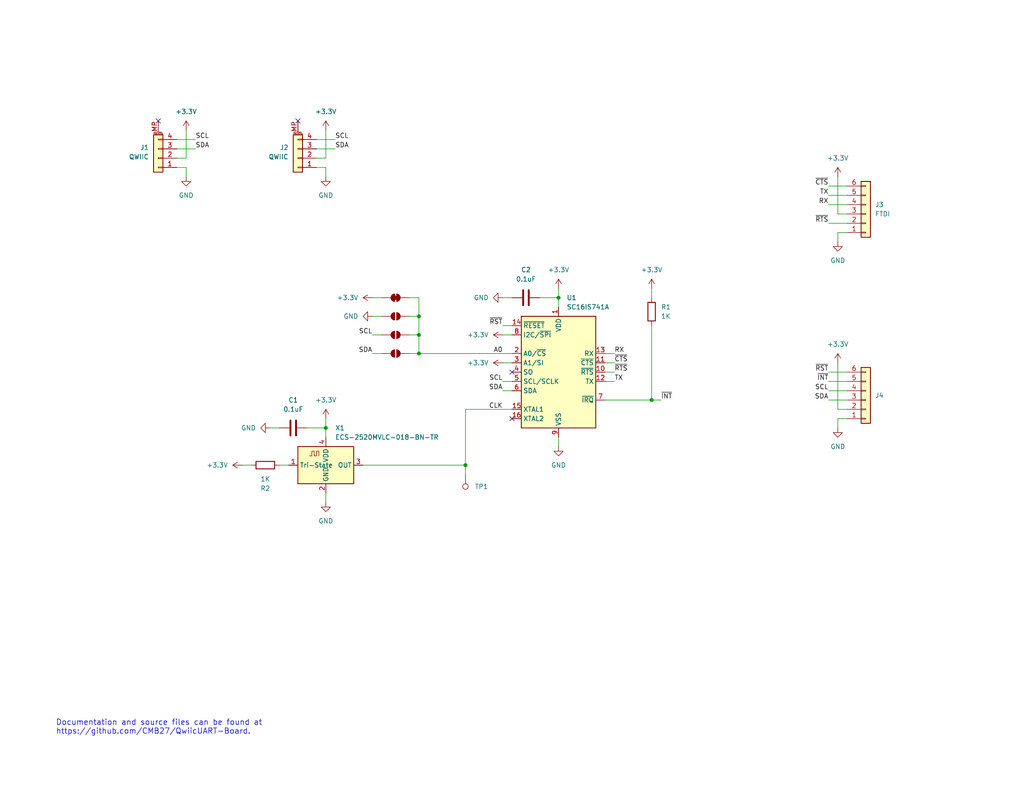
<source format=kicad_sch>
(kicad_sch (version 20231120) (generator "eeschema") (generator_version "8.0")
  (paper "USLetter")
  (title_block (title "Qwiic UART Board") (date "2025-02-08") (rev "0.0.2") (company "Designer: C. M. Bulliner") (comment 2 "OF MERCHANTABILITY, SATISFACTORY QUALITY AND FITNESS FOR A PARTICULAR PURPOSE.") (comment 3 "This document is distributed WITHOUT ANY EXPRESS OR IMPLIED WARRANTY, INCLUDING") (comment 4 "© 2025 C. M. Bulliner. Released under the CERN-OHL-P v2 license."))
  (lib_symbols
    (symbol "Connector:TestPoint" (pin_numbers hide) (pin_names (offset 0.762) hide)
      (property "Reference" "TP" (at 0 6.858 0))
      (property "Value" "TestPoint" (at 0 5.08 0))
      (symbol "TestPoint_0_1"
        (circle (center 0 3.302) (radius 0.762))
      )
      (symbol "TestPoint_1_1"
        (pin passive line (at 0 0 90) (length 2.54) (name "1") (number "1"))
      )
    )
    (symbol "Connector_Generic:Conn_01x06" (pin_names (offset 1.016) hide)
      (property "Reference" "J" (at 0 7.62 0))
      (property "Value" "Conn_01x06" (at 0 -10.16 0))
      (symbol "Conn_01x06_1_1"
        (rectangle (start -1.27 -7.493) (end 0 -7.747) (stroke (width 0.1524)))
        (rectangle (start -1.27 -4.953) (end 0 -5.207) (stroke (width 0.1524)))
        (rectangle (start -1.27 -2.413) (end 0 -2.667) (stroke (width 0.1524)))
        (rectangle (start -1.27 0.127) (end 0 -0.127) (stroke (width 0.1524)))
        (rectangle (start -1.27 2.667) (end 0 2.413) (stroke (width 0.1524)))
        (rectangle (start -1.27 5.207) (end 0 4.953) (stroke (width 0.1524)))
        (rectangle (start -1.27 6.35) (end 1.27 -8.89) (stroke (width 0.254)) (fill (type background)))
        (pin passive line (at -5.08 5.08 0) (length 3.81) (name "Pin_1") (number "1"))
        (pin passive line (at -5.08 2.54 0) (length 3.81) (name "Pin_2") (number "2"))
        (pin passive line (at -5.08 0 0) (length 3.81) (name "Pin_3") (number "3"))
        (pin passive line (at -5.08 -2.54 0) (length 3.81) (name "Pin_4") (number "4"))
        (pin passive line (at -5.08 -5.08 0) (length 3.81) (name "Pin_5") (number "5"))
        (pin passive line (at -5.08 -7.62 0) (length 3.81) (name "Pin_6") (number "6"))
      )
    )
    (symbol "Connector_Generic_MountingPin:Conn_01x04_MountingPin" (pin_names (offset 1.016) hide)
      (property "Reference" "J" (at 0 5.08 0))
      (property "Value" "Conn_01x04_MountingPin" (at 1.27 -7.62 0))
      (symbol "Conn_01x04_MountingPin_1_1"
        (rectangle (start -1.27 -4.953) (end 0 -5.207) (stroke (width 0.1524)))
        (rectangle (start -1.27 -2.413) (end 0 -2.667) (stroke (width 0.1524)))
        (rectangle (start -1.27 0.127) (end 0 -0.127) (stroke (width 0.1524)))
        (rectangle (start -1.27 2.667) (end 0 2.413) (stroke (width 0.1524)))
        (rectangle (start -1.27 3.81) (end 1.27 -6.35) (stroke (width 0.254)) (fill (type background)))
        (polyline (pts (xy -1.016 -7.112) (xy 1.016 -7.112)) (stroke (width 0.1524)))
        (text "Mounting" (at 0 -6.731 0) (effects (font (size 0.381 0.381))))
        (pin passive line (at -5.08 2.54 0) (length 3.81) (name "Pin_1") (number "1"))
        (pin passive line (at -5.08 0 0) (length 3.81) (name "Pin_2") (number "2"))
        (pin passive line (at -5.08 -2.54 0) (length 3.81) (name "Pin_3") (number "3"))
        (pin passive line (at -5.08 -5.08 0) (length 3.81) (name "Pin_4") (number "4"))
        (pin passive line (at 0 -10.16 90) (length 3.048) (name "MountPin") (number "MP"))
      )
    )
    (symbol "Device:C" (pin_numbers hide) (pin_names (offset 0.254))
      (property "Reference" "C" (at 0.635 2.54 0))
      (property "Value" "C" (at 0.635 -2.54 0))
      (symbol "C_0_1"
        (polyline (pts (xy -2.032 -0.762) (xy 2.032 -0.762)) (stroke (width 0.508)))
        (polyline (pts (xy -2.032 0.762) (xy 2.032 0.762)) (stroke (width 0.508)))
      )
      (symbol "C_1_1"
        (pin passive line (at 0 3.81 270) (length 2.794) (name "~") (number "1"))
        (pin passive line (at 0 -3.81 90) (length 2.794) (name "~") (number "2"))
      )
    )
    (symbol "Device:R" (pin_numbers hide) (pin_names (offset 0))
      (property "Reference" "R" (at 2.032 0 90))
      (property "Value" "R" (at 0 0 90))
      (symbol "R_0_1"
        (rectangle (start -1.016 -2.54) (end 1.016 2.54) (stroke (width 0.254)))
      )
      (symbol "R_1_1"
        (pin passive line (at 0 3.81 270) (length 1.27) (name "~") (number "1"))
        (pin passive line (at 0 -3.81 90) (length 1.27) (name "~") (number "2"))
      )
    )
    (symbol "Interface_UART:SC16IS740"
      (property "Reference" "U" (at -8.89 16.51 0))
      (property "Value" "SC16IS740" (at 7.62 16.51 0))
      (symbol "SC16IS740_0_1"
        (rectangle (start -10.16 15.24) (end 10.16 -15.24) (stroke (width 0.254)) (fill (type background)))
      )
      (symbol "SC16IS740_1_1"
        (pin power_in line (at 0 17.78 270) (length 2.54) (name "VDD") (number "1"))
        (pin output line (at 12.7 0 180) (length 2.54) (name "~{RTS}") (number "10"))
        (pin input line (at 12.7 2.54 180) (length 2.54) (name "~{CTS}") (number "11"))
        (pin output line (at 12.7 -2.54 180) (length 2.54) (name "TX") (number "12"))
        (pin input line (at 12.7 5.08 180) (length 2.54) (name "RX") (number "13"))
        (pin input line (at -12.7 12.7 0) (length 2.54) (name "~{RESET}") (number "14"))
        (pin input line (at -12.7 -10.16 0) (length 2.54) (name "XTAL1") (number "15"))
        (pin output line (at -12.7 -12.7 0) (length 2.54) (name "XTAL2") (number "16"))
        (pin input line (at -12.7 5.08 0) (length 2.54) (name "A0/~{CS}") (number "2"))
        (pin input line (at -12.7 2.54 0) (length 2.54) (name "A1/SI") (number "3"))
        (pin output line (at -12.7 0 0) (length 2.54) (name "SO") (number "4"))
        (pin input line (at -12.7 -2.54 0) (length 2.54) (name "SCL/SCLK") (number "5"))
        (pin bidirectional line (at -12.7 -5.08 0) (length 2.54) (name "SDA") (number "6"))
        (pin open_collector line (at 12.7 -7.62 180) (length 2.54) (name "~{IRQ}") (number "7"))
        (pin input line (at -12.7 10.16 0) (length 2.54) (name "I2C/~{SPI}") (number "8"))
        (pin power_in line (at 0 -17.78 90) (length 2.54) (name "VSS") (number "9"))
      )
    )
    (symbol "Jumper:SolderJumper_2_Bridged" (pin_numbers hide) (pin_names (offset 0) hide) (exclude_from_sim yes) (in_bom no)
      (property "Reference" "JP" (at 0 2.032 0))
      (property "Value" "SolderJumper_2_Bridged" (at 0 -2.54 0))
      (symbol "SolderJumper_2_Bridged_0_1"
        (rectangle (start -0.508 0.508) (end 0.508 -0.508) (fill (type outline)))
        (arc (start -0.254 1.016) (mid -1.2656 0) (end -0.254 -1.016))
        (arc (start -0.254 1.016) (mid -1.2656 0) (end -0.254 -1.016) (fill (type outline)))
        (polyline (pts (xy -0.254 1.016) (xy -0.254 -1.016)))
        (polyline (pts (xy 0.254 1.016) (xy 0.254 -1.016)))
        (arc (start 0.254 -1.016) (mid 1.2656 0) (end 0.254 1.016))
        (arc (start 0.254 -1.016) (mid 1.2656 0) (end 0.254 1.016) (fill (type outline)))
      )
      (symbol "SolderJumper_2_Bridged_1_1"
        (pin passive line (at -3.81 0 0) (length 2.54) (name "A") (number "1"))
        (pin passive line (at 3.81 0 180) (length 2.54) (name "B") (number "2"))
      )
    )
    (symbol "Jumper:SolderJumper_2_Open" (pin_numbers hide) (pin_names (offset 0) hide) (exclude_from_sim yes) (in_bom no)
      (property "Reference" "JP" (at 0 2.032 0))
      (property "Value" "SolderJumper_2_Open" (at 0 -2.54 0))
      (symbol "SolderJumper_2_Open_0_1"
        (arc (start -0.254 1.016) (mid -1.2656 0) (end -0.254 -1.016))
        (arc (start -0.254 1.016) (mid -1.2656 0) (end -0.254 -1.016) (fill (type outline)))
        (polyline (pts (xy -0.254 1.016) (xy -0.254 -1.016)))
        (polyline (pts (xy 0.254 1.016) (xy 0.254 -1.016)))
        (arc (start 0.254 -1.016) (mid 1.2656 0) (end 0.254 1.016))
        (arc (start 0.254 -1.016) (mid 1.2656 0) (end 0.254 1.016) (fill (type outline)))
      )
      (symbol "SolderJumper_2_Open_1_1"
        (pin passive line (at -3.81 0 0) (length 2.54) (name "A") (number "1"))
        (pin passive line (at 3.81 0 180) (length 2.54) (name "B") (number "2"))
      )
    )
    (symbol "Oscillator:ECS-2520MV-xxx-xx"
      (property "Reference" "X" (at -5.08 6.35 0))
      (property "Value" "ECS-2520MV-xxx-xx" (at 1.27 -6.35 0))
      (symbol "ECS-2520MV-xxx-xx_0_1"
        (rectangle (start -7.62 5.08) (end 7.62 -5.08) (stroke (width 0.254)) (fill (type background)))
        (polyline (pts (xy -4.445 2.54) (xy -3.81 2.54) (xy -3.81 3.81) (xy -3.175 3.81) (xy -3.175 2.54) (xy -2.54 2.54) (xy -2.54 3.81) (xy -1.905 3.81) (xy -1.905 2.54)))
      )
      (symbol "ECS-2520MV-xxx-xx_1_1"
        (pin input line (at -10.16 0 0) (length 2.54) (name "Tri-State") (number "1"))
        (pin power_in line (at 0 -7.62 90) (length 2.54) (name "GND") (number "2"))
        (pin output line (at 10.16 0 180) (length 2.54) (name "OUT") (number "3"))
        (pin power_in line (at 0 7.62 270) (length 2.54) (name "VDD") (number "4"))
      )
    )
    (symbol "power:+3.3V" (power) (pin_numbers hide) (pin_names (offset 0) hide)
      (property "Value" "+3.3V" (at 0 3.556 0))
      (symbol "+3.3V_0_1"
        (polyline (pts (xy -0.762 1.27) (xy 0 2.54)))
        (polyline (pts (xy 0 0) (xy 0 2.54)))
        (polyline (pts (xy 0 2.54) (xy 0.762 1.27)))
      )
      (symbol "+3.3V_1_1"
        (pin power_in line (at 0 0 90) (length 0) (name "~") (number "1"))
      )
    )
    (symbol "power:GND" (power) (pin_numbers hide) (pin_names (offset 0) hide)
      (property "Value" "GND" (at 0 -3.81 0))
      (symbol "GND_0_1"
        (polyline (pts (xy 0 0) (xy 0 -1.27) (xy 1.27 -1.27) (xy 0 -2.54) (xy -1.27 -1.27) (xy 0 -1.27)))
      )
      (symbol "GND_1_1"
        (pin power_in line (at 0 0 270) (length 0) (name "~") (number "1"))
      )
    )
  )
  (junction (at 88.9 116.84))
  (junction (at 152.4 81.28))
  (junction (at 177.8 109.22))
  (junction (at 114.3 91.44))
  (junction (at 114.3 86.36))
  (junction (at 114.3 96.52))
  (junction (at 127 127))
  (no_connect (at 81.28 33.02))
  (no_connect (at 139.7 101.6))
  (no_connect (at 139.7 114.3))
  (no_connect (at 43.18 33.02))
  (wire (pts (xy 226.06 106.68) (xy 231.14 106.68)))
  (wire (pts (xy 50.8 43.18) (xy 50.8 35.56)))
  (wire (pts (xy 76.2 127) (xy 78.74 127)))
  (wire (pts (xy 165.1 104.14) (xy 167.64 104.14)))
  (wire (pts (xy 165.1 109.22) (xy 177.8 109.22)))
  (wire (pts (xy 48.26 45.72) (xy 50.8 45.72)))
  (wire (pts (xy 165.1 101.6) (xy 167.64 101.6)))
  (wire (pts (xy 137.16 91.44) (xy 139.7 91.44)))
  (wire (pts (xy 114.3 96.52) (xy 111.76 96.52)))
  (wire (pts (xy 226.06 101.6) (xy 231.14 101.6)))
  (wire (pts (xy 177.8 78.74) (xy 177.8 81.28)))
  (wire (pts (xy 114.3 96.52) (xy 139.7 96.52)))
  (wire (pts (xy 137.16 104.14) (xy 139.7 104.14)))
  (wire (pts (xy 88.9 116.84) (xy 88.9 119.38)))
  (wire (pts (xy 226.06 60.96) (xy 231.14 60.96)))
  (wire (pts (xy 86.36 43.18) (xy 88.9 43.18)))
  (wire (pts (xy 231.14 63.5) (xy 228.6 63.5)))
  (wire (pts (xy 48.26 40.64) (xy 53.34 40.64)))
  (wire (pts (xy 127 127) (xy 127 129.54)))
  (wire (pts (xy 231.14 114.3) (xy 228.6 114.3)))
  (wire (pts (xy 177.8 88.9) (xy 177.8 109.22)))
  (wire (pts (xy 152.4 81.28) (xy 152.4 83.82)))
  (wire (pts (xy 228.6 48.26) (xy 228.6 58.42)))
  (wire (pts (xy 114.3 81.28) (xy 114.3 86.36)))
  (wire (pts (xy 86.36 40.64) (xy 91.44 40.64)))
  (wire (pts (xy 101.6 96.52) (xy 104.14 96.52)))
  (wire (pts (xy 86.36 45.72) (xy 88.9 45.72)))
  (wire (pts (xy 147.32 81.28) (xy 152.4 81.28)))
  (wire (pts (xy 137.16 106.68) (xy 139.7 106.68)))
  (wire (pts (xy 68.58 127) (xy 66.04 127)))
  (wire (pts (xy 226.06 109.22) (xy 231.14 109.22)))
  (wire (pts (xy 111.76 81.28) (xy 114.3 81.28)))
  (wire (pts (xy 165.1 96.52) (xy 167.64 96.52)))
  (wire (pts (xy 48.26 43.18) (xy 50.8 43.18)))
  (wire (pts (xy 50.8 45.72) (xy 50.8 48.26)))
  (wire (pts (xy 99.06 127) (xy 127 127)))
  (wire (pts (xy 228.6 58.42) (xy 231.14 58.42)))
  (wire (pts (xy 152.4 78.74) (xy 152.4 81.28)))
  (wire (pts (xy 152.4 119.38) (xy 152.4 121.92)))
  (wire (pts (xy 101.6 81.28) (xy 104.14 81.28)))
  (wire (pts (xy 73.66 116.84) (xy 76.2 116.84)))
  (wire (pts (xy 88.9 134.62) (xy 88.9 137.16)))
  (wire (pts (xy 228.6 63.5) (xy 228.6 66.04)))
  (wire (pts (xy 111.76 86.36) (xy 114.3 86.36)))
  (wire (pts (xy 48.26 38.1) (xy 53.34 38.1)))
  (wire (pts (xy 137.16 99.06) (xy 139.7 99.06)))
  (wire (pts (xy 127 127) (xy 127 111.76)))
  (wire (pts (xy 101.6 91.44) (xy 104.14 91.44)))
  (wire (pts (xy 88.9 116.84) (xy 83.82 116.84)))
  (wire (pts (xy 226.06 53.34) (xy 231.14 53.34)))
  (wire (pts (xy 114.3 86.36) (xy 114.3 91.44)))
  (wire (pts (xy 111.76 91.44) (xy 114.3 91.44)))
  (wire (pts (xy 86.36 38.1) (xy 91.44 38.1)))
  (wire (pts (xy 165.1 99.06) (xy 167.64 99.06)))
  (wire (pts (xy 226.06 50.8) (xy 231.14 50.8)))
  (wire (pts (xy 228.6 99.06) (xy 228.6 111.76)))
  (wire (pts (xy 101.6 86.36) (xy 104.14 86.36)))
  (wire (pts (xy 88.9 43.18) (xy 88.9 35.56)))
  (wire (pts (xy 137.16 88.9) (xy 139.7 88.9)))
  (wire (pts (xy 228.6 114.3) (xy 228.6 116.84)))
  (wire (pts (xy 88.9 114.3) (xy 88.9 116.84)))
  (wire (pts (xy 177.8 109.22) (xy 180.34 109.22)))
  (wire (pts (xy 114.3 91.44) (xy 114.3 96.52)))
  (wire (pts (xy 226.06 55.88) (xy 231.14 55.88)))
  (wire (pts (xy 127 111.76) (xy 139.7 111.76)))
  (wire (pts (xy 228.6 111.76) (xy 231.14 111.76)))
  (wire (pts (xy 137.16 81.28) (xy 139.7 81.28)))
  (wire (pts (xy 88.9 45.72) (xy 88.9 48.26)))
  (wire (pts (xy 226.06 104.14) (xy 231.14 104.14)))
  (text "Documentation and source files can be found at\nhttps://github.com/CMB27/QwiicUART-Board." (at 15.24 200.66 0) (effects (font (size 1.5 1.5)) (justify left bottom)))
  (label "SDA" (at 101.6 96.52 180))
  (label "SCL" (at 226.06 106.68 180))
  (label "~{CTS}" (at 167.64 99.06 0))
  (label "SDA" (at 53.34 40.64 0))
  (label "SCL" (at 101.6 91.44 180))
  (label "SCL" (at 137.16 104.14 180))
  (label "~{RTS}" (at 226.06 60.96 180))
  (label "~{RST}" (at 226.06 101.6 180))
  (label "~{RST}" (at 137.16 88.9 180))
  (label "SDA" (at 226.06 109.22 180))
  (label "~{INT}" (at 226.06 104.14 180))
  (label "TX" (at 226.06 53.34 180))
  (label "SDA" (at 137.16 106.68 180))
  (label "~{CTS}" (at 226.06 50.8 180))
  (label "RX" (at 167.64 96.52 0))
  (label "TX" (at 167.64 104.14 0))
  (label "SCL" (at 53.34 38.1 0))
  (label "CLK" (at 137.16 111.76 180))
  (label "A0" (at 137.16 96.52 180))
  (label "RX" (at 226.06 55.88 180))
  (label "SDA" (at 91.44 40.64 0))
  (label "~{RTS}" (at 167.64 101.6 0))
  (label "SCL" (at 91.44 38.1 0))
  (label "~{INT}" (at 180.34 109.22 0))
  (symbol (lib_id "power:GND") (at 88.9 48.26 0) (unit 1)
    (property "Reference" "#PWR02" (effects (hide yes)))
    (property "Value" "GND" (at 88.9 53.34 0))
    (property "Description" "Power symbol creates a global label with name \"GND\" , ground" (effects (hide yes)))
  )
  (symbol (lib_id "Jumper:SolderJumper_2_Open") (at 107.95 91.44 0) (unit 1) (exclude_from_sim yes) (in_bom no)
    (property "Reference" "JP3" (effects (hide yes)))
    (property "Value" "SolderJumper_2_Open" (effects (hide yes)))
    (property "Footprint" "Jumper:SolderJumper-2_P1.3mm_Open_RoundedPad1.0x1.5mm" (effects (hide yes)))
    (property "Description" "Solder Jumper, 2-pole, open" (effects (hide yes)))
  )
  (symbol (lib_id "power:GND") (at 228.6 116.84 0) (unit 1)
    (property "Reference" "#PWR013" (effects (hide yes)))
    (property "Value" "GND" (at 228.6 121.92 0))
    (property "Description" "Power symbol creates a global label with name \"GND\" , ground" (effects (hide yes)))
  )
  (symbol (lib_id "power:GND") (at 88.9 137.16 0) (unit 1)
    (property "Reference" "#PWR09" (effects (hide yes)))
    (property "Value" "GND" (at 88.9 142.24 0))
    (property "Description" "Power symbol creates a global label with name \"GND\" , ground" (effects (hide yes)))
  )
  (symbol (lib_id "power:GND") (at 101.6 86.36 270) (unit 1)
    (property "Reference" "#PWR017" (effects (hide yes)))
    (property "Value" "GND" (at 97.79 86.3599 90) (effects (justify right)))
    (property "Description" "Power symbol creates a global label with name \"GND\" , ground" (effects (hide yes)))
  )
  (symbol (lib_id "power:+3.3V") (at 228.6 99.06 0) (unit 1)
    (property "Reference" "#PWR014" (effects (hide yes)))
    (property "Value" "+3.3V" (at 228.6 93.98 0))
    (property "Description" "Power symbol creates a global label with name \"+3.3V\"" (effects (hide yes)))
  )
  (symbol (lib_id "Connector_Generic_MountingPin:Conn_01x04_MountingPin") (at 81.28 43.18 180) (unit 1)
    (property "Reference" "J2" (at 78.74 40.2843 0) (effects (justify left)))
    (property "Value" "QWIIC" (at 78.74 42.8243 0) (effects (justify left)))
    (property "Footprint" "Connector_JST:JST_SH_SM04B-SRSS-TB_1x04-1MP_P1.00mm_Horizontal" (effects (hide yes)))
    (property "Description" "Generic connectable mounting pin connector, single row, 01x04, script generated (kicad-library-utils/schlib/autogen/connector/)" (effects (hide yes)))
  )
  (symbol (lib_id "Jumper:SolderJumper_2_Open") (at 107.95 96.52 0) (unit 1) (exclude_from_sim yes) (in_bom no)
    (property "Reference" "JP4" (effects (hide yes)))
    (property "Value" "SolderJumper_2_Open" (effects (hide yes)))
    (property "Footprint" "Jumper:SolderJumper-2_P1.3mm_Open_RoundedPad1.0x1.5mm" (effects (hide yes)))
    (property "Description" "Solder Jumper, 2-pole, open" (effects (hide yes)))
  )
  (symbol (lib_id "power:+3.3V") (at 88.9 114.3 0) (unit 1)
    (property "Reference" "#PWR010" (effects (hide yes)))
    (property "Value" "+3.3V" (at 88.9 109.22 0))
    (property "Description" "Power symbol creates a global label with name \"+3.3V\"" (effects (hide yes)))
  )
  (symbol (lib_id "Connector_Generic_MountingPin:Conn_01x04_MountingPin") (at 43.18 43.18 180) (unit 1)
    (property "Reference" "J1" (at 40.64 40.2843 0) (effects (justify left)))
    (property "Value" "QWIIC" (at 40.64 42.8243 0) (effects (justify left)))
    (property "Footprint" "Connector_JST:JST_SH_SM04B-SRSS-TB_1x04-1MP_P1.00mm_Horizontal" (effects (hide yes)))
    (property "Description" "Generic connectable mounting pin connector, single row, 01x04, script generated (kicad-library-utils/schlib/autogen/connector/)" (effects (hide yes)))
  )
  (symbol (lib_id "Connector_Generic:Conn_01x06") (at 236.22 58.42 0) (mirror x) (unit 1) (in_bom no)
    (property "Reference" "J3" (at 238.76 55.88 0) (effects (justify left)))
    (property "Value" "FTDI" (at 238.76 58.42 0) (effects (justify left)))
    (property "Footprint" "Project_Footprints:PinHeader_1x06_P2.54mm" (effects (hide yes)))
    (property "Description" "Generic connector, single row, 01x06, script generated (kicad-library-utils/schlib/autogen/connector/)" (effects (hide yes)))
  )
  (symbol (lib_id "power:+3.3V") (at 137.16 91.44 90) (unit 1)
    (property "Reference" "#PWR07" (effects (hide yes)))
    (property "Value" "+3.3V" (at 133.35 91.4399 90) (effects (justify left)))
    (property "Description" "Power symbol creates a global label with name \"+3.3V\"" (effects (hide yes)))
  )
  (symbol (lib_id "Device:C") (at 143.51 81.28 90) (unit 1)
    (property "Reference" "C2" (at 143.51 73.66 90))
    (property "Value" "0.1uF" (at 143.51 76.2 90))
    (property "Footprint" "Capacitor_SMD:C_0603_1608Metric_Pad1.08x0.95mm_HandSolder" (effects (hide yes)))
    (property "Description" "Unpolarized capacitor" (effects (hide yes)))
  )
  (symbol (lib_id "power:GND") (at 137.16 81.28 270) (unit 1)
    (property "Reference" "#PWR06" (effects (hide yes)))
    (property "Value" "GND" (at 133.35 81.2799 90) (effects (justify right)))
    (property "Description" "Power symbol creates a global label with name \"GND\" , ground" (effects (hide yes)))
  )
  (symbol (lib_id "Connector:TestPoint") (at 127 129.54 180) (unit 1)
    (property "Reference" "TP1" (at 129.54 132.8419 0) (effects (justify right)))
    (property "Value" "TestPoint" (effects (hide yes)))
    (property "Footprint" "TestPoint:TestPoint_THTPad_D1.0mm_Drill0.5mm" (effects (hide yes)))
    (property "Description" "test point" (effects (hide yes)))
  )
  (symbol (lib_id "power:+3.3V") (at 137.16 99.06 90) (unit 1)
    (property "Reference" "#PWR022" (effects (hide yes)))
    (property "Value" "+3.3V" (at 133.35 99.0599 90) (effects (justify left)))
    (property "Description" "Power symbol creates a global label with name \"+3.3V\"" (effects (hide yes)))
  )
  (symbol (lib_id "Oscillator:ECS-2520MV-xxx-xx") (at 88.9 127 0) (unit 1)
    (property "Reference" "X1" (at 91.44 116.84 0) (effects (justify left)))
    (property "Value" "ECS-2520MVLC-018-BN-TR" (at 91.44 119.38 0) (effects (justify left)))
    (property "Footprint" "Oscillator:Oscillator_SMD_ECS_2520MV-xxx-xx-4Pin_2.5x2.0mm" (effects (hide yes)))
    (property "Datasheet" "https://ecsxtal.com/store/pdf/ECS-2520MVLC.pdf" (effects (hide yes)))
    (property "Description" "HCMOS Crystal Clock Oscillator, 2.5x2.0 mm SMD" (effects (hide yes)))
  )
  (symbol (lib_id "power:GND") (at 73.66 116.84 270) (unit 1)
    (property "Reference" "#PWR020" (effects (hide yes)))
    (property "Value" "GND" (at 69.85 116.8399 90) (effects (justify right)))
    (property "Description" "Power symbol creates a global label with name \"GND\" , ground" (effects (hide yes)))
  )
  (symbol (lib_id "power:+3.3V") (at 177.8 78.74 0) (unit 1)
    (property "Reference" "#PWR019" (effects (hide yes)))
    (property "Value" "+3.3V" (at 177.8 73.66 0))
    (property "Description" "Power symbol creates a global label with name \"+3.3V\"" (effects (hide yes)))
  )
  (symbol (lib_id "Jumper:SolderJumper_2_Bridged") (at 107.95 81.28 0) (unit 1) (exclude_from_sim yes) (in_bom no)
    (property "Reference" "JP1" (effects (hide yes)))
    (property "Value" "SolderJumper_2_Bridged" (effects (hide yes)))
    (property "Footprint" "Jumper:SolderJumper-2_P1.3mm_Bridged_RoundedPad1.0x1.5mm" (effects (hide yes)))
    (property "Description" "Solder Jumper, 2-pole, closed/bridged" (effects (hide yes)))
  )
  (symbol (lib_id "power:+3.3V") (at 101.6 81.28 90) (unit 1)
    (property "Reference" "#PWR015" (effects (hide yes)))
    (property "Value" "+3.3V" (at 97.79 81.2799 90) (effects (justify left)))
    (property "Description" "Power symbol creates a global label with name \"+3.3V\"" (effects (hide yes)))
  )
  (symbol (lib_id "power:GND") (at 50.8 48.26 0) (unit 1)
    (property "Reference" "#PWR04" (effects (hide yes)))
    (property "Value" "GND" (at 50.8 53.34 0))
    (property "Description" "Power symbol creates a global label with name \"GND\" , ground" (effects (hide yes)))
  )
  (symbol (lib_id "Jumper:SolderJumper_2_Open") (at 107.95 86.36 0) (unit 1) (exclude_from_sim yes) (in_bom no)
    (property "Reference" "JP2" (effects (hide yes)))
    (property "Value" "SolderJumper_2_Open" (effects (hide yes)))
    (property "Footprint" "Jumper:SolderJumper-2_P1.3mm_Open_RoundedPad1.0x1.5mm" (effects (hide yes)))
    (property "Description" "Solder Jumper, 2-pole, open" (effects (hide yes)))
  )
  (symbol (lib_id "power:+3.3V") (at 228.6 48.26 0) (unit 1)
    (property "Reference" "#PWR012" (effects (hide yes)))
    (property "Value" "+3.3V" (at 228.6 43.18 0))
    (property "Description" "Power symbol creates a global label with name \"+3.3V\"" (effects (hide yes)))
  )
  (symbol (lib_id "Device:R") (at 72.39 127 90) (unit 1)
    (property "Reference" "R2" (at 72.39 133.35 90))
    (property "Value" "1K" (at 72.39 130.81 90))
    (property "Footprint" "Resistor_SMD:R_0603_1608Metric_Pad0.98x0.95mm_HandSolder" (effects (hide yes)))
    (property "Description" "Resistor" (effects (hide yes)))
  )
  (symbol (lib_id "Device:C") (at 80.01 116.84 90) (unit 1)
    (property "Reference" "C1" (at 80.01 109.22 90))
    (property "Value" "0.1uF" (at 80.01 111.76 90))
    (property "Footprint" "Capacitor_SMD:C_0603_1608Metric_Pad1.08x0.95mm_HandSolder" (effects (hide yes)))
    (property "Description" "Unpolarized capacitor" (effects (hide yes)))
  )
  (symbol (lib_id "Device:R") (at 177.8 85.09 0) (unit 1)
    (property "Reference" "R1" (at 180.34 83.8199 0) (effects (justify left)))
    (property "Value" "1K" (at 180.34 86.3599 0) (effects (justify left)))
    (property "Footprint" "Resistor_SMD:R_0603_1608Metric_Pad0.98x0.95mm_HandSolder" (effects (hide yes)))
    (property "Description" "Resistor" (effects (hide yes)))
  )
  (symbol (lib_id "Interface_UART:SC16IS740") (at 152.4 101.6 0) (unit 1)
    (property "Reference" "U1" (at 154.5941 81.28 0) (effects (justify left)))
    (property "Value" "SC16IS741A" (at 154.5941 83.82 0) (effects (justify left)))
    (property "Footprint" "Package_SO:TSSOP-16_4.4x5mm_P0.65mm" (effects (hide yes)))
    (property "Datasheet" "https://www.nxp.com/docs/en/data-sheet/SC16IS741A.pdf" (effects (hide yes)))
    (property "Description" "Single UART with I2C/SPI interface, 64 bytes of transmit and receive FIFOs, IrDA SIR built-in support, TSSOP-16" (effects (hide yes)))
  )
  (symbol (lib_id "power:+3.3V") (at 50.8 35.56 0) (unit 1)
    (property "Reference" "#PWR03" (effects (hide yes)))
    (property "Value" "+3.3V" (at 50.8 30.48 0))
    (property "Description" "Power symbol creates a global label with name \"+3.3V\"" (effects (hide yes)))
  )
  (symbol (lib_id "power:+3.3V") (at 88.9 35.56 0) (unit 1)
    (property "Reference" "#PWR01" (effects (hide yes)))
    (property "Value" "+3.3V" (at 88.9 30.48 0))
    (property "Description" "Power symbol creates a global label with name \"+3.3V\"" (effects (hide yes)))
  )
  (symbol (lib_id "power:+3.3V") (at 152.4 78.74 0) (unit 1)
    (property "Reference" "#PWR05" (effects (hide yes)))
    (property "Value" "+3.3V" (at 152.4 73.66 0))
    (property "Description" "Power symbol creates a global label with name \"+3.3V\"" (effects (hide yes)))
  )
  (symbol (lib_id "power:GND") (at 228.6 66.04 0) (unit 1)
    (property "Reference" "#PWR011" (effects (hide yes)))
    (property "Value" "GND" (at 228.6 71.12 0))
    (property "Description" "Power symbol creates a global label with name \"GND\" , ground" (effects (hide yes)))
  )
  (symbol (lib_id "power:GND") (at 152.4 121.92 0) (unit 1)
    (property "Reference" "#PWR08" (effects (hide yes)))
    (property "Value" "GND" (at 152.4 127 0))
    (property "Description" "Power symbol creates a global label with name \"GND\" , ground" (effects (hide yes)))
  )
  (symbol (lib_id "Connector_Generic:Conn_01x06") (at 236.22 109.22 0) (mirror x) (unit 1) (in_bom no)
    (property "Reference" "J4" (at 238.76 107.95 0) (effects (justify left)))
    (property "Footprint" "Project_Footprints:PinHeader_1x06_P2.54mm" (effects (hide yes)))
    (property "Description" "Generic connector, single row, 01x06, script generated (kicad-library-utils/schlib/autogen/connector/)" (effects (hide yes)))
  )
  (symbol (lib_id "power:+3.3V") (at 66.04 127 90) (unit 1)
    (property "Reference" "#PWR021" (effects (hide yes)))
    (property "Value" "+3.3V" (at 62.23 126.9999 90) (effects (justify left)))
    (property "Description" "Power symbol creates a global label with name \"+3.3V\"" (effects (hide yes)))
  )
)
</source>
